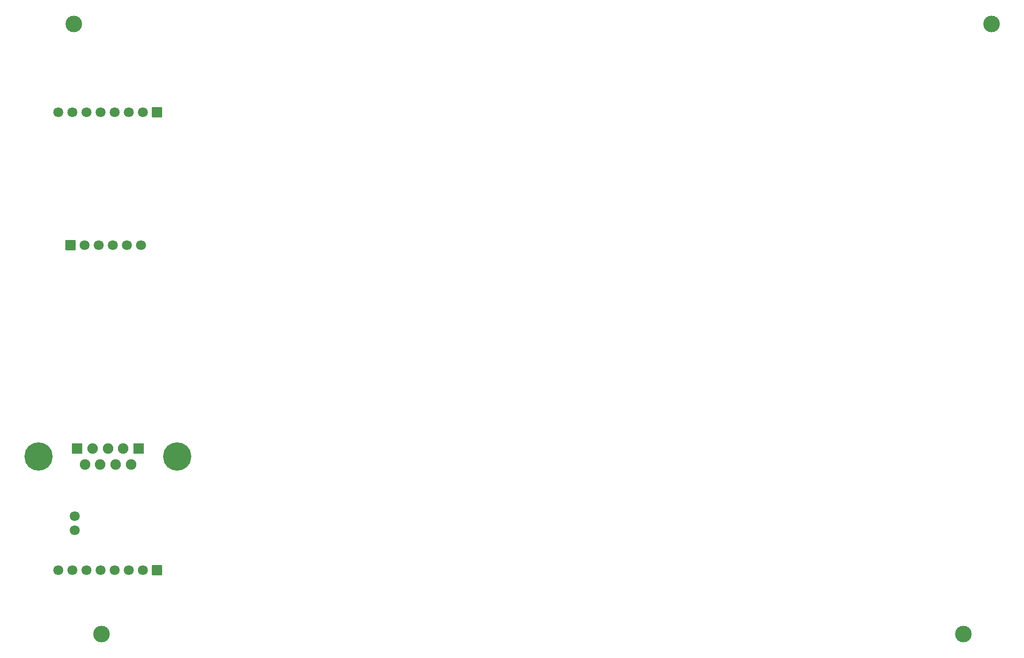
<source format=gbs>
G04 Layer: BottomSolderMaskLayer*
G04 EasyEDA v6.5.29, 2023-07-20 14:59:44*
G04 987ae69db31144c28cf86215047d26b3,5a6b42c53f6a479593ecc07194224c93,10*
G04 Gerber Generator version 0.2*
G04 Scale: 100 percent, Rotated: No, Reflected: No *
G04 Dimensions in millimeters *
G04 leading zeros omitted , absolute positions ,4 integer and 5 decimal *
%FSLAX45Y45*%
%MOMM*%

%AMMACRO1*1,1,$1,$2,$3*1,1,$1,$4,$5*1,1,$1,0-$2,0-$3*1,1,$1,0-$4,0-$5*20,1,$1,$2,$3,$4,$5,0*20,1,$1,$4,$5,0-$2,0-$3,0*20,1,$1,0-$2,0-$3,0-$4,0-$5,0*20,1,$1,0-$4,0-$5,$2,$3,0*4,1,4,$2,$3,$4,$5,0-$2,0-$3,0-$4,0-$5,$2,$3,0*%
%ADD10MACRO1,0.1016X-0.85X0.85X0.85X0.85*%
%ADD11C,1.8016*%
%ADD12MACRO1,0.1016X-0.85X-0.85X0.85X-0.85*%
%ADD13C,1.9016*%
%ADD14C,5.1016*%
%ADD15MACRO1,0.1016X-0.9X0.9X0.9X0.9*%
%ADD16MACRO1,0.1016X0.9X0.9X-0.9X0.9*%
%ADD17C,3.0000*%

%LPD*%
D10*
G01*
X4243689Y6464287D03*
D11*
G01*
X4497679Y6464274D03*
G01*
X4751679Y6464274D03*
G01*
X5005679Y6464274D03*
G01*
X5259679Y6464274D03*
G01*
X5513679Y6464274D03*
D12*
G01*
X5802088Y8857381D03*
D11*
G01*
X5548096Y8857386D03*
G01*
X5294096Y8857386D03*
G01*
X5040096Y8857386D03*
G01*
X4786096Y8857386D03*
G01*
X4532096Y8857386D03*
G01*
X4278096Y8857386D03*
G01*
X4024096Y8857386D03*
D12*
G01*
X5801789Y606198D03*
D11*
G01*
X5547791Y606196D03*
G01*
X5293791Y606196D03*
G01*
X5039791Y606196D03*
G01*
X4785791Y606196D03*
G01*
X4531791Y606196D03*
G01*
X4277791Y606196D03*
G01*
X4023791Y606196D03*
D13*
G01*
X4914849Y2796286D03*
D14*
G01*
X3664889Y2654325D03*
D15*
G01*
X4360849Y2796285D03*
D13*
G01*
X4637836Y2796286D03*
G01*
X5191836Y2796286D03*
D16*
G01*
X5468851Y2796298D03*
D13*
G01*
X4499356Y2512288D03*
G01*
X4776343Y2512288D03*
G01*
X5053355Y2512288D03*
G01*
X5330342Y2512288D03*
D14*
G01*
X6164884Y2654325D03*
D11*
G01*
X4318000Y1320800D03*
G01*
X4318000Y1574800D03*
D17*
G01*
X4301998Y10451998D03*
G01*
X20830997Y10451998D03*
G01*
X4801997Y-545998D03*
G01*
X20330998Y-545998D03*
M02*

</source>
